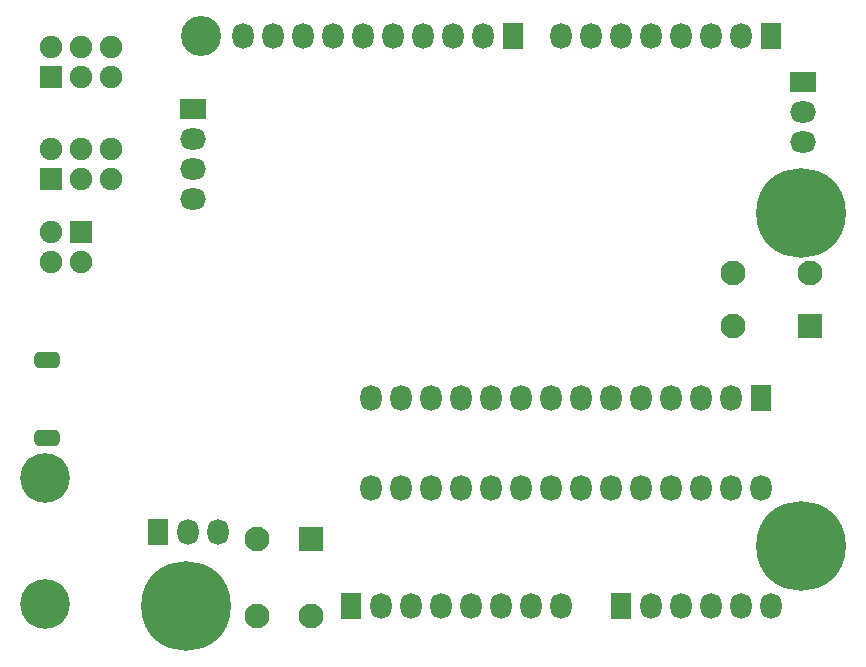
<source format=gbs>
G04*
G04 #@! TF.GenerationSoftware,Altium Limited,Altium Designer,19.0.15 (446)*
G04*
G04 Layer_Color=16711935*
%FSLAX44Y44*%
%MOMM*%
G71*
G01*
G75*
%ADD35R,2.1000X2.1000*%
%ADD55R,1.8000X2.2000*%
%ADD56O,1.8000X2.2000*%
%ADD57R,1.9000X1.9000*%
%ADD58C,1.9000*%
G04:AMPARAMS|DCode=59|XSize=2.2mm|YSize=1.4mm|CornerRadius=0.46mm|HoleSize=0mm|Usage=FLASHONLY|Rotation=0.000|XOffset=0mm|YOffset=0mm|HoleType=Round|Shape=RoundedRectangle|*
%AMROUNDEDRECTD59*
21,1,2.2000,0.4800,0,0,0.0*
21,1,1.2800,1.4000,0,0,0.0*
1,1,0.9200,0.6400,-0.2400*
1,1,0.9200,-0.6400,-0.2400*
1,1,0.9200,-0.6400,0.2400*
1,1,0.9200,0.6400,0.2400*
%
%ADD59ROUNDEDRECTD59*%
%ADD60C,4.2000*%
%ADD61C,3.4000*%
%ADD62R,2.2000X1.8000*%
%ADD63O,2.2000X1.8000*%
%ADD64C,2.1000*%
%ADD65R,2.1000X2.1000*%
%ADD66C,7.6000*%
D35*
X245500Y82500D02*
D03*
D55*
X279400Y25400D02*
D03*
X116200Y88000D02*
D03*
X416560Y508000D02*
D03*
X635000D02*
D03*
X508000Y25400D02*
D03*
X626500Y201930D02*
D03*
D56*
X304800Y25400D02*
D03*
X330200D02*
D03*
X355600D02*
D03*
X381000D02*
D03*
X406400D02*
D03*
X431800D02*
D03*
X457200D02*
D03*
X141600Y88000D02*
D03*
X167000D02*
D03*
X391160Y508000D02*
D03*
X365760D02*
D03*
X340360D02*
D03*
X314960D02*
D03*
X289560D02*
D03*
X264160D02*
D03*
X238760D02*
D03*
X213360D02*
D03*
X187960D02*
D03*
X609600D02*
D03*
X584200D02*
D03*
X558800D02*
D03*
X533400D02*
D03*
X508000D02*
D03*
X482600D02*
D03*
X457200D02*
D03*
X533400Y25400D02*
D03*
X558800D02*
D03*
X584200D02*
D03*
X609600D02*
D03*
X635000D02*
D03*
X296300Y125730D02*
D03*
X321700D02*
D03*
X347100D02*
D03*
X372500D02*
D03*
X397900D02*
D03*
X423300D02*
D03*
X448700D02*
D03*
X474100D02*
D03*
X499500D02*
D03*
X524900D02*
D03*
X550300D02*
D03*
X575700D02*
D03*
X601100D02*
D03*
X626500D02*
D03*
X296300Y201930D02*
D03*
X321700D02*
D03*
X347100D02*
D03*
X372500D02*
D03*
X397900D02*
D03*
X423300D02*
D03*
X448700D02*
D03*
X474100D02*
D03*
X499500D02*
D03*
X524900D02*
D03*
X550300D02*
D03*
X575700D02*
D03*
X601100D02*
D03*
D57*
X25400Y387300D02*
D03*
X50800Y342000D02*
D03*
X25400Y473740D02*
D03*
D58*
X50800Y387300D02*
D03*
X76200D02*
D03*
X25400Y412700D02*
D03*
X50800D02*
D03*
X76200D02*
D03*
X25400Y342000D02*
D03*
X50800Y316600D02*
D03*
X25400D02*
D03*
X76200Y499140D02*
D03*
X50800D02*
D03*
X25400D02*
D03*
X76200Y473740D02*
D03*
X50800D02*
D03*
D59*
X21995Y234000D02*
D03*
Y168000D02*
D03*
D60*
X21000Y134000D02*
D03*
Y27000D02*
D03*
D61*
X152400Y508000D02*
D03*
D62*
X146000Y446000D02*
D03*
X662000Y469000D02*
D03*
D63*
X146000Y420600D02*
D03*
Y395200D02*
D03*
Y369800D02*
D03*
X662000Y418200D02*
D03*
Y443600D02*
D03*
D64*
X668500Y307500D02*
D03*
X603500D02*
D03*
Y262500D02*
D03*
X200500Y82500D02*
D03*
Y17500D02*
D03*
X245500D02*
D03*
D65*
X668500Y262500D02*
D03*
D66*
X660400Y76200D02*
D03*
X139700Y25400D02*
D03*
X660400Y358000D02*
D03*
M02*

</source>
